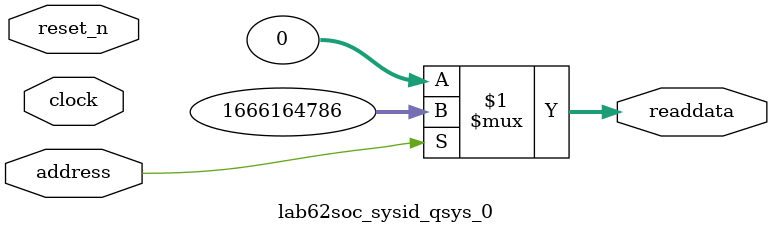
<source format=v>



// synthesis translate_off
`timescale 1ns / 1ps
// synthesis translate_on

// turn off superfluous verilog processor warnings 
// altera message_level Level1 
// altera message_off 10034 10035 10036 10037 10230 10240 10030 

module lab62soc_sysid_qsys_0 (
               // inputs:
                address,
                clock,
                reset_n,

               // outputs:
                readdata
             )
;

  output  [ 31: 0] readdata;
  input            address;
  input            clock;
  input            reset_n;

  wire    [ 31: 0] readdata;
  //control_slave, which is an e_avalon_slave
  assign readdata = address ? 1666164786 : 0;

endmodule



</source>
